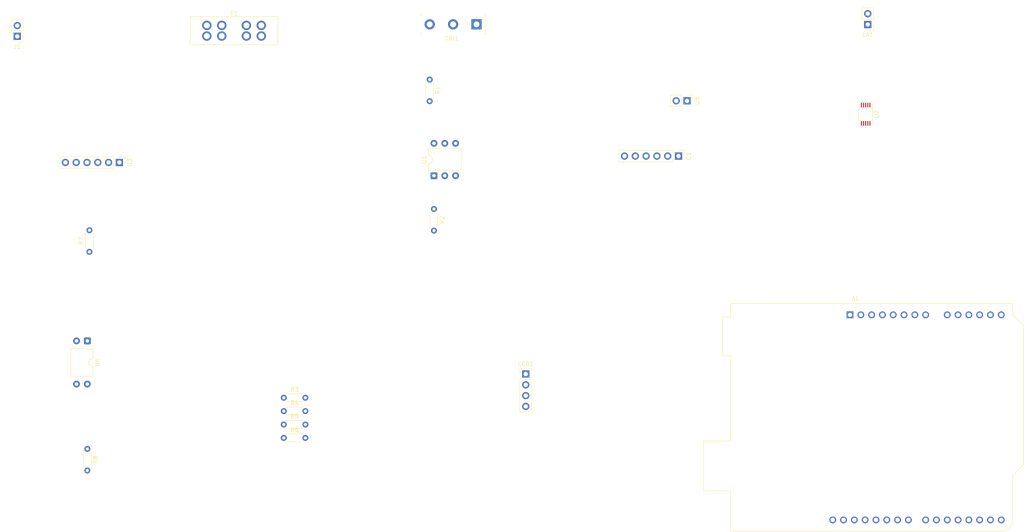
<source format=kicad_pcb>
(kicad_pcb (version 20241229) (generator "pcbnew") (generator_version "9.0")
  (layers (0 "F.Cu" signal) (2 "B.Cu" signal) (13 "F.Paste" user) (15 "B.Paste" user) (5 "F.SilkS" user "F.Silkscreen") (7 "B.SilkS" user "B.Silkscreen") (1 "F.Mask" user) (3 "B.Mask" user) (25 "Edge.Cuts" user))
  (net 0 "")
  (net 4 "Net-(A1-D7)")
  (net 8 "Net-(A1-D2)")
  (net 16 "Net-(A1-A0)")
  (net 17 "Net-(A1-SDA{slash}A4)")
  (net 27 "Net-(A1-SCL{slash}A5)")
  (net 31 "Net-(U5-SIG)")
  (net 32 "Net-(U2-AIN1)")
  (net 33 "Net-(TRI1-A2)")
  (net 34 "Net-(J1-Pin_2)")
  (net 35 "Net-(J1-Pin_1)")
  (net 36 "Net-(LA1-+)")
  (net 37 "+5V")
  (net 38 "GND")
  (net 39 "Net-(TRI1-G)")
  (net 40 "Net-(R1-Pad2)")
  (net 41 "Net-(R2-Pad1)")
  (net 42 "Net-(U2-AIN0)")
  (net 43 "Net-(R7-Pad2)")
  (footprint "Fuse:FuseHolder_Blade_ATO_Littelfuse_FLR_178.6165" (layer "F.Cu") (at 80.1 33.25)
    (property "Reference" "F1" (at 6.4 -2.8 0) (layer "F.SilkS"))
    (property "Value" "1A")
    (fp_line (start -3.91 -2.06) (end 16.71 -2.06) (stroke (width 0.12)) (layer "F.SilkS"))
    (fp_line (start -3.91 4.56) (end -3.91 -2.06) (stroke (width 0.12)) (layer "F.SilkS"))
    (fp_line (start 16.71 -2.06) (end 16.71 4.56) (stroke (width 0.12)) (layer "F.SilkS"))
    (fp_line (start 16.71 4.56) (end -3.91 4.56) (stroke (width 0.12)) (layer "F.SilkS"))
    (pad "" np_thru_hole circle (at 6.4 1.25) (size 2.4 2.4) (drill 2.4) (layers "*.Cu" "*.Mask"))
    (pad "1" thru_hole circle (at 0 0) (size 2.2 2.2) (drill 1.4) (layers "*.Cu" "*.Mask") (net 34 "Net-(J1-Pin_2)"))
    (pad "1" thru_hole circle (at 0 2.5) (size 2.2 2.2) (drill 1.4) (layers "*.Cu" "*.Mask") (net 34 "Net-(J1-Pin_2)"))
    (pad "1" thru_hole circle (at 3.5 0) (size 2.2 2.2) (drill 1.4) (layers "*.Cu" "*.Mask") (net 34 "Net-(J1-Pin_2)"))
    (pad "1" thru_hole circle (at 3.5 2.5) (size 2.2 2.2) (drill 1.4) (layers "*.Cu" "*.Mask") (net 34 "Net-(J1-Pin_2)"))
    (pad "2" thru_hole circle (at 9.3 0) (size 2.2 2.2) (drill 1.4) (layers "*.Cu" "*.Mask") (net 33 "Net-(TRI1-A2)"))
    (pad "2" thru_hole circle (at 9.3 2.5) (size 2.2 2.2) (drill 1.4) (layers "*.Cu" "*.Mask") (net 33 "Net-(TRI1-A2)"))
    (pad "2" thru_hole circle (at 12.8 0) (size 2.2 2.2) (drill 1.4) (layers "*.Cu" "*.Mask") (net 33 "Net-(TRI1-A2)"))
    (pad "2" thru_hole circle (at 12.8 2.5) (size 2.2 2.2) (drill 1.4) (layers "*.Cu" "*.Mask") (net 33 "Net-(TRI1-A2)"))
  )
  (footprint "Connector_PinHeader_2.54mm:PinHeader_1x06_P2.54mm_Vertical" (layer "F.Cu") (at 191 64 -90)
    (property "Reference" "C1" (at 0 -2.38 270) (layer "F.SilkS"))
    (property "Value" "10µF")
    (fp_line (start -1.38 14.08) (end 1.38 14.08) (stroke (width 0.12)) (layer "F.SilkS"))
    (fp_line (start -1.38 1.27) (end -1.38 14.08) (stroke (width 0.12)) (layer "F.SilkS"))
    (fp_line (start -1.38 1.27) (end 1.38 1.27) (stroke (width 0.12)) (layer "F.SilkS"))
    (fp_line (start 1.38 1.27) (end 1.38 14.08) (stroke (width 0.12)) (layer "F.SilkS"))
    (fp_line (start -1.38 0) (end -1.38 -1.38) (stroke (width 0.12)) (layer "F.SilkS"))
    (fp_line (start -1.38 -1.38) (end 0 -1.38) (stroke (width 0.12)) (layer "F.SilkS"))
    (pad "1" thru_hole rect (at 0 0 270) (size 1.7 1.7) (drill 1) (layers "*.Cu" "*.Mask") (net 31 "Net-(U5-SIG)"))
    (pad "2" thru_hole circle (at 0 2.54 270) (size 1.7 1.7) (drill 1) (layers "*.Cu" "*.Mask") (net 32 "Net-(U2-AIN1)"))
    (pad "3" thru_hole circle (at 0 5.08 270) (size 1.7 1.7) (drill 1) (layers "*.Cu" "*.Mask"))
    (pad "4" thru_hole circle (at 0 7.62 270) (size 1.7 1.7) (drill 1) (layers "*.Cu" "*.Mask"))
    (pad "5" thru_hole circle (at 0 10.16 270) (size 1.7 1.7) (drill 1) (layers "*.Cu" "*.Mask"))
    (pad "6" thru_hole circle (at 0 12.7 270) (size 1.7 1.7) (drill 1) (layers "*.Cu" "*.Mask"))
  )
  (footprint "Resistor_THT:R_Axial_DIN0204_L3.6mm_D1.6mm_P5.08mm_Horizontal" (layer "F.Cu") (at 132.5 46 -90)
    (property "Reference" "R1" (at 2.54 -1.92 90) (layer "F.SilkS"))
    (property "Value" "470Ω")
    (fp_line (start 0.62 0.92) (end 4.46 0.92) (stroke (width 0.12)) (layer "F.SilkS"))
    (fp_line (start 0.62 -0.92) (end 4.46 -0.92) (stroke (width 0.12)) (layer "F.SilkS"))
    (pad "1" thru_hole circle (at 0 0 270) (size 1.4 1.4) (drill 0.7) (layers "*.Cu" "*.Mask") (net 39 "Net-(TRI1-G)"))
    (pad "2" thru_hole circle (at 5.08 0 270) (size 1.4 1.4) (drill 0.7) (layers "*.Cu" "*.Mask") (net 40 "Net-(R1-Pad2)"))
  )
  (footprint "Resistor_THT:R_Axial_DIN0204_L3.6mm_D1.6mm_P5.08mm_Horizontal" (layer "F.Cu") (at 98.19 124.03)
    (property "Reference" "R4" (at 2.54 -1.92 0) (layer "F.SilkS"))
    (property "Value" "10KΩ")
    (fp_line (start 0.62 -0.92) (end 4.46 -0.92) (stroke (width 0.12)) (layer "F.SilkS"))
    (fp_line (start 0.62 0.92) (end 4.46 0.92) (stroke (width 0.12)) (layer "F.SilkS"))
    (pad "1" thru_hole circle (at 0 0) (size 1.4 1.4) (drill 0.7) (layers "*.Cu" "*.Mask") (net 32 "Net-(U2-AIN1)"))
    (pad "2" thru_hole circle (at 5.08 0) (size 1.4 1.4) (drill 0.7) (layers "*.Cu" "*.Mask") (net 38 "GND"))
  )
  (footprint "Connector_PinHeader_2.54mm:PinHeader_1x02_P2.54mm_Vertical" (layer "F.Cu") (at 35.518687 35.826514 180)
    (property "Reference" "J1" (at 0 -2.38 0) (layer "F.SilkS"))
    (property "Value" "230VAC_IN")
    (fp_line (start 1.38 1.27) (end 1.38 3.92) (stroke (width 0.12)) (layer "F.SilkS"))
    (fp_line (start -1.38 3.92) (end 1.38 3.92) (stroke (width 0.12)) (layer "F.SilkS"))
    (fp_line (start -1.38 1.27) (end 1.38 1.27) (stroke (width 0.12)) (layer "F.SilkS"))
    (fp_line (start -1.38 1.27) (end -1.38 3.92) (stroke (width 0.12)) (layer "F.SilkS"))
    (fp_line (start -1.38 0) (end -1.38 -1.38) (stroke (width 0.12)) (layer "F.SilkS"))
    (fp_line (start -1.38 -1.38) (end 0 -1.38) (stroke (width 0.12)) (layer "F.SilkS"))
    (pad "1" thru_hole rect (at 0 0 180) (size 1.7 1.7) (drill 1) (layers "*.Cu" "*.Mask") (net 35 "Net-(J1-Pin_1)"))
    (pad "2" thru_hole circle (at 0 2.54 180) (size 1.7 1.7) (drill 1) (layers "*.Cu" "*.Mask") (net 34 "Net-(J1-Pin_2)"))
  )
  (footprint "Resistor_THT:R_Axial_DIN0204_L3.6mm_D1.6mm_P5.08mm_Horizontal" (layer "F.Cu") (at 98.19 120.88)
    (property "Reference" "R3" (at 2.54 -1.92 0) (layer "F.SilkS"))
    (property "Value" "10KΩ")
    (fp_line (start 0.62 -0.92) (end 4.46 -0.92) (stroke (width 0.12)) (layer "F.SilkS"))
    (fp_line (start 0.62 0.92) (end 4.46 0.92) (stroke (width 0.12)) (layer "F.SilkS"))
    (pad "1" thru_hole circle (at 0 0) (size 1.4 1.4) (drill 0.7) (layers "*.Cu" "*.Mask") (net 37 "+5V"))
    (pad "2" thru_hole circle (at 5.08 0) (size 1.4 1.4) (drill 0.7) (layers "*.Cu" "*.Mask") (net 32 "Net-(U2-AIN1)"))
  )
  (footprint "Package_SO:TSSOP-10_3x3mm_P0.5mm" (layer "F.Cu") (at 235 54.15 -90)
    (property "Reference" "U2" (at 0 -2.55 90) (layer "F.SilkS"))
    (property "Value" "ADS1115IDGS")
    (fp_line (start -1.625 1.625) (end 1.625 1.625) (stroke (width 0.15)) (layer "F.SilkS"))
    (fp_line (start -1.625 1.625) (end -1.625 1.4) (stroke (width 0.15)) (layer "F.SilkS"))
    (fp_line (start 1.625 1.625) (end 1.625 1.4) (stroke (width 0.15)) (layer "F.SilkS"))
    (fp_line (start -1.625 -1.625) (end -1.625 -1.4) (stroke (width 0.15)) (layer "F.SilkS"))
    (fp_line (start -1.625 -1.625) (end 1.625 -1.625) (stroke (width 0.15)) (layer "F.SilkS"))
    (fp_line (start 1.625 -1.625) (end 1.625 -1.4) (stroke (width 0.15)) (layer "F.SilkS"))
    (fp_poly (pts (xy -2.1 -1.4) (xy -2.34 -1.73) (xy -1.86 -1.73) (xy -2.1 -1.4)) (stroke (width 0.12)) (fill yes) (layer "F.SilkS"))
    (pad "1" smd rect (at -2.15 -1 270) (size 1.1 0.25) (layers "F.Cu" "F.Mask" "F.Paste"))
    (pad "2" smd rect (at -2.15 -0.5 270) (size 1.1 0.25) (layers "F.Cu" "F.Mask" "F.Paste"))
    (pad "3" smd rect (at -2.15 0 270) (size 1.1 0.25) (layers "F.Cu" "F.Mask" "F.Paste") (net 38 "GND"))
    (pad "4" smd rect (at -2.15 0.5 270) (size 1.1 0.25) (layers "F.Cu" "F.Mask" "F.Paste") (net 42 "Net-(U2-AIN0)"))
    (pad "5" smd rect (at -2.15 1 270) (size 1.1 0.25) (layers "F.Cu" "F.Mask" "F.Paste") (net 32 "Net-(U2-AIN1)"))
    (pad "6" smd rect (at 2.15 1 270) (size 1.1 0.25) (layers "F.Cu" "F.Mask" "F.Paste"))
    (pad "7" smd rect (at 2.15 0.5 270) (size 1.1 0.25) (layers "F.Cu" "F.Mask" "F.Paste"))
    (pad "8" smd rect (at 2.15 0 270) (size 1.1 0.25) (layers "F.Cu" "F.Mask" "F.Paste") (net 37 "+5V"))
    (pad "9" smd rect (at 2.15 -0.5 270) (size 1.1 0.25) (layers "F.Cu" "F.Mask" "F.Paste") (net 17 "Net-(A1-SDA{slash}A4)"))
    (pad "10" smd rect (at 2.15 -1 270) (size 1.1 0.25) (layers "F.Cu" "F.Mask" "F.Paste") (net 27 "Net-(A1-SCL{slash}A5)"))
  )
  (footprint "Resistor_THT:R_Axial_DIN0204_L3.6mm_D1.6mm_P5.08mm_Horizontal" (layer "F.Cu") (at 52.5 86.54 90)
    (property "Reference" "R7" (at 2.54 -1.92 90) (layer "F.SilkS"))
    (property "Value" "470Ω")
    (fp_line (start 0.62 -0.92) (end 4.46 -0.92) (stroke (width 0.12)) (layer "F.SilkS"))
    (fp_line (start 0.62 0.92) (end 4.46 0.92) (stroke (width 0.12)) (layer "F.SilkS"))
    (pad "1" thru_hole circle (at 0 0 90) (size 1.4 1.4) (drill 0.7) (layers "*.Cu" "*.Mask") (net 16 "Net-(A1-A0)"))
    (pad "2" thru_hole circle (at 5.08 0 90) (size 1.4 1.4) (drill 0.7) (layers "*.Cu" "*.Mask") (net 43 "Net-(R7-Pad2)"))
  )
  (footprint "Resistor_THT:R_Axial_DIN0204_L3.6mm_D1.6mm_P5.08mm_Horizontal" (layer "F.Cu") (at 52 132.92 -90)
    (property "Reference" "R8" (at 2.54 -1.92 90) (layer "F.SilkS"))
    (property "Value" "10KΩ")
    (fp_line (start 0.62 0.92) (end 4.46 0.92) (stroke (width 0.12)) (layer "F.SilkS"))
    (fp_line (start 0.62 -0.92) (end 4.46 -0.92) (stroke (width 0.12)) (layer "F.SilkS"))
    (pad "1" thru_hole circle (at 0 0 270) (size 1.4 1.4) (drill 0.7) (layers "*.Cu" "*.Mask") (net 8 "Net-(A1-D2)"))
    (pad "2" thru_hole circle (at 5.08 0 270) (size 1.4 1.4) (drill 0.7) (layers "*.Cu" "*.Mask") (net 37 "+5V"))
  )
  (footprint "Connector_PinHeader_2.54mm:PinHeader_1x02_P2.54mm_Vertical" (layer "F.Cu") (at 235.5 33.04 180)
    (property "Reference" "LA1" (at 0 -2.38 0) (layer "F.SilkS"))
    (property "Value" "Lamp 200W")
    (fp_line (start 1.38 1.27) (end 1.38 3.92) (stroke (width 0.12)) (layer "F.SilkS"))
    (fp_line (start -1.38 3.92) (end 1.38 3.92) (stroke (width 0.12)) (layer "F.SilkS"))
    (fp_line (start -1.38 1.27) (end 1.38 1.27) (stroke (width 0.12)) (layer "F.SilkS"))
    (fp_line (start -1.38 1.27) (end -1.38 3.92) (stroke (width 0.12)) (layer "F.SilkS"))
    (fp_line (start -1.38 0) (end -1.38 -1.38) (stroke (width 0.12)) (layer "F.SilkS"))
    (fp_line (start -1.38 -1.38) (end 0 -1.38) (stroke (width 0.12)) (layer "F.SilkS"))
    (pad "1" thru_hole rect (at 0 0 180) (size 1.7 1.7) (drill 1) (layers "*.Cu" "*.Mask") (net 35 "Net-(J1-Pin_1)"))
    (pad "2" thru_hole circle (at 0 2.54 180) (size 1.7 1.7) (drill 1) (layers "*.Cu" "*.Mask") (net 36 "Net-(LA1-+)"))
  )
  (footprint "Resistor_THT:R_Axial_DIN0204_L3.6mm_D1.6mm_P5.08mm_Horizontal" (layer "F.Cu") (at 98.19 127.18)
    (property "Reference" "R5" (at 2.54 -1.92 0) (layer "F.SilkS"))
    (property "Value" "10KΩ")
    (fp_line (start 0.62 -0.92) (end 4.46 -0.92) (stroke (width 0.12)) (layer "F.SilkS"))
    (fp_line (start 0.62 0.92) (end 4.46 0.92) (stroke (width 0.12)) (layer "F.SilkS"))
    (pad "1" thru_hole circle (at 0 0) (size 1.4 1.4) (drill 0.7) (layers "*.Cu" "*.Mask") (net 37 "+5V"))
    (pad "2" thru_hole circle (at 5.08 0) (size 1.4 1.4) (drill 0.7) (layers "*.Cu" "*.Mask") (net 42 "Net-(U2-AIN0)"))
  )
  (footprint "Module:Arduino_UNO_R2" (layer "F.Cu") (at 231.325 101.37)
    (property "Reference" "A1" (at 1.27 -3.81 180) (layer "F.SilkS"))
    (property "Value" "Arduino_UNO_R2")
    (fp_line (start -34.42 29.72) (end -34.42 41.4) (stroke (width 0.12)) (layer "F.SilkS"))
    (fp_line (start -34.42 41.4) (end -28.07 41.4) (stroke (width 0.12)) (layer "F.SilkS"))
    (fp_line (start -29.97 0.51) (end -29.97 9.65) (stroke (width 0.12)) (layer "F.SilkS"))
    (fp_line (start -29.97 9.65) (end -28.07 9.65) (stroke (width 0.12)) (layer "F.SilkS"))
    (fp_line (start -28.07 -2.67) (end -28.07 0.51) (stroke (width 0.12)) (layer "F.SilkS"))
    (fp_line (start -28.07 0.51) (end -29.97 0.51) (stroke (width 0.12)) (layer "F.SilkS"))
    (fp_line (start -28.07 9.65) (end -28.07 29.72) (stroke (width 0.12)) (layer "F.SilkS"))
    (fp_line (start -28.07 29.72) (end -34.42 29.72) (stroke (width 0.12)) (layer "F.SilkS"))
    (fp_line (start -28.07 41.4) (end -28.07 50.93) (stroke (width 0.12)) (layer "F.SilkS"))
    (fp_line (start -28.07 50.93) (end 36.58 50.93) (stroke (width 0.12)) (layer "F.SilkS"))
    (fp_line (start 36.58 50.93) (end 38.23 49.28) (stroke (width 0.12)) (layer "F.SilkS"))
    (fp_line (start 38.23 -2.67) (end -28.07 -2.67) (stroke (width 0.12)) (layer "F.SilkS"))
    (fp_line (start 38.23 0) (end 38.23 -2.67) (stroke (width 0.12)) (layer "F.SilkS"))
    (fp_line (start 38.23 37.85) (end 40.77 35.31) (stroke (width 0.12)) (layer "F.SilkS"))
    (fp_line (start 38.23 49.28) (end 38.23 37.85) (stroke (width 0.12)) (layer "F.SilkS"))
    (fp_line (start 40.77 2.54) (end 38.23 0) (stroke (width 0.12)) (layer "F.SilkS"))
    (fp_line (start 40.77 35.31) (end 40.77 2.54) (stroke (width 0.12)) (layer "F.SilkS"))
    (pad "1" thru_hole rect (at 0 0 90) (size 1.6 1.6) (drill 1) (layers "*.Cu" "*.Mask"))
    (pad "2" thru_hole oval (at 2.54 0 90) (size 1.6 1.6) (drill 1) (layers "*.Cu" "*.Mask"))
    (pad "3" thru_hole oval (at 5.08 0 90) (size 1.6 1.6) (drill 1) (layers "*.Cu" "*.Mask"))
    (pad "4" thru_hole oval (at 7.62 0 90) (size 1.6 1.6) (drill 1) (layers "*.Cu" "*.Mask"))
    (pad "5" thru_hole oval (at 10.16 0 90) (size 1.6 1.6) (drill 1) (layers "*.Cu" "*.Mask"))
    (pad "6" thru_hole oval (at 12.7 0 90) (size 1.6 1.6) (drill 1) (layers "*.Cu" "*.Mask"))
    (pad "7" thru_hole oval (at 15.24 0 90) (size 1.6 1.6) (drill 1) (layers "*.Cu" "*.Mask"))
    (pad "8" thru_hole oval (at 17.78 0 90) (size 1.6 1.6) (drill 1) (layers "*.Cu" "*.Mask"))
    (pad "9" thru_hole oval (at 22.86 0 90) (size 1.6 1.6) (drill 1) (layers "*.Cu" "*.Mask") (net 16 "Net-(A1-A0)"))
    (pad "10" thru_hole oval (at 25.4 0 90) (size 1.6 1.6) (drill 1) (layers "*.Cu" "*.Mask"))
    (pad "11" thru_hole oval (at 27.94 0 90) (size 1.6 1.6) (drill 1) (layers "*.Cu" "*.Mask"))
    (pad "12" thru_hole oval (at 30.48 0 90) (size 1.6 1.6) (drill 1) (layers "*.Cu" "*.Mask"))
    (pad "13" thru_hole oval (at 33.02 0 90) (size 1.6 1.6) (drill 1) (layers "*.Cu" "*.Mask") (net 17 "Net-(A1-SDA{slash}A4)"))
    (pad "14" thru_hole oval (at 35.56 0 90) (size 1.6 1.6) (drill 1) (layers "*.Cu" "*.Mask") (net 27 "Net-(A1-SCL{slash}A5)"))
    (pad "15" thru_hole oval (at 35.56 48.26 90) (size 1.6 1.6) (drill 1) (layers "*.Cu" "*.Mask"))
    (pad "16" thru_hole oval (at 33.02 48.26 90) (size 1.6 1.6) (drill 1) (layers "*.Cu" "*.Mask"))
    (pad "17" thru_hole oval (at 30.48 48.26 90) (size 1.6 1.6) (drill 1) (layers "*.Cu" "*.Mask") (net 8 "Net-(A1-D2)"))
    (pad "18" thru_hole oval (at 27.94 48.26 90) (size 1.6 1.6) (drill 1) (layers "*.Cu" "*.Mask"))
    (pad "19" thru_hole oval (at 25.4 48.26 90) (size 1.6 1.6) (drill 1) (layers "*.Cu" "*.Mask"))
    (pad "20" thru_hole oval (at 22.86 48.26 90) (size 1.6 1.6) (drill 1) (layers "*.Cu" "*.Mask"))
    (pad "21" thru_hole oval (at 20.32 48.26 90) (size 1.6 1.6) (drill 1) (layers "*.Cu" "*.Mask"))
    (pad "22" thru_hole oval (at 17.78 48.26 90) (size 1.6 1.6) (drill 1) (layers "*.Cu" "*.Mask") (net 4 "Net-(A1-D7)"))
    (pad "23" thru_hole oval (at 13.72 48.26 90) (size 1.6 1.6) (drill 1) (layers "*.Cu" "*.Mask"))
    (pad "24" thru_hole oval (at 11.18 48.26 90) (size 1.6 1.6) (drill 1) (layers "*.Cu" "*.Mask"))
    (pad "25" thru_hole oval (at 8.64 48.26 90) (size 1.6 1.6) (drill 1) (layers "*.Cu" "*.Mask"))
    (pad "26" thru_hole oval (at 6.1 48.26 90) (size 1.6 1.6) (drill 1) (layers "*.Cu" "*.Mask"))
    (pad "27" thru_hole oval (at 3.56 48.26 90) (size 1.6 1.6) (drill 1) (layers "*.Cu" "*.Mask"))
    (pad "28" thru_hole oval (at 1.02 48.26 90) (size 1.6 1.6) (drill 1) (layers "*.Cu" "*.Mask"))
    (pad "29" thru_hole oval (at -1.52 48.26 90) (size 1.6 1.6) (drill 1) (layers "*.Cu" "*.Mask"))
    (pad "30" thru_hole oval (at -4.06 48.26 90) (size 1.6 1.6) (drill 1) (layers "*.Cu" "*.Mask"))
  )
  (footprint "Connector_PinHeader_2.54mm:PinHeader_1x02_P2.54mm_Vertical" (layer "F.Cu") (at 193 51 -90)
    (property "Reference" "U5" (at 0 -2.38 90) (layer "F.SilkS"))
    (property "Value" "SCT_013_030")
    (fp_line (start -1.38 3.92) (end 1.38 3.92) (stroke (width 0.12)) (layer "F.SilkS"))
    (fp_line (start -1.38 1.27) (end -1.38 3.92) (stroke (width 0.12)) (layer "F.SilkS"))
    (fp_line (start -1.38 1.27) (end 1.38 1.27) (stroke (width 0.12)) (layer "F.SilkS"))
    (fp_line (start 1.38 1.27) (end 1.38 3.92) (stroke (width 0.12)) (layer "F.SilkS"))
    (fp_line (start -1.38 0) (end -1.38 -1.38) (stroke (width 0.12)) (layer "F.SilkS"))
    (fp_line (start -1.38 -1.38) (end 0 -1.38) (stroke (width 0.12)) (layer "F.SilkS"))
    (pad "1" thru_hole rect (at 0 0 270) (size 1.7 1.7) (drill 1) (layers "*.Cu" "*.Mask") (net 38 "GND"))
    (pad "2" thru_hole circle (at 0 2.54 270) (size 1.7 1.7) (drill 1) (layers "*.Cu" "*.Mask") (net 31 "Net-(U5-SIG)"))
  )
  (footprint "Resistor_THT:R_Axial_DIN0204_L3.6mm_D1.6mm_P5.08mm_Horizontal" (layer "F.Cu") (at 133.5 76.46 -90)
    (property "Reference" "R2" (at 2.54 -1.92 90) (layer "F.SilkS"))
    (property "Value" "330Ω")
    (fp_line (start 0.62 0.92) (end 4.46 0.92) (stroke (width 0.12)) (layer "F.SilkS"))
    (fp_line (start 0.62 -0.92) (end 4.46 -0.92) (stroke (width 0.12)) (layer "F.SilkS"))
    (pad "1" thru_hole circle (at 0 0 270) (size 1.4 1.4) (drill 0.7) (layers "*.Cu" "*.Mask") (net 41 "Net-(R2-Pad1)"))
    (pad "2" thru_hole circle (at 5.08 0 270) (size 1.4 1.4) (drill 0.7) (layers "*.Cu" "*.Mask") (net 4 "Net-(A1-D7)"))
  )
  (footprint "Resistor_THT:R_Axial_DIN0204_L3.6mm_D1.6mm_P5.08mm_Horizontal" (layer "F.Cu") (at 98.19 130.33)
    (property "Reference" "R6" (at 2.54 -1.92 0) (layer "F.SilkS"))
    (property "Value" "10KΩ")
    (fp_line (start 0.62 -0.92) (end 4.46 -0.92) (stroke (width 0.12)) (layer "F.SilkS"))
    (fp_line (start 0.62 0.92) (end 4.46 0.92) (stroke (width 0.12)) (layer "F.SilkS"))
    (pad "1" thru_hole circle (at 0 0) (size 1.4 1.4) (drill 0.7) (layers "*.Cu" "*.Mask") (net 42 "Net-(U2-AIN0)"))
    (pad "2" thru_hole circle (at 5.08 0) (size 1.4 1.4) (drill 0.7) (layers "*.Cu" "*.Mask") (net 38 "GND"))
  )
  (footprint "Connector_PinHeader_2.54mm:PinHeader_1x06_P2.54mm_Vertical" (layer "F.Cu") (at 59.54 65.5 -90)
    (property "Reference" "U3" (at 0 -2.38 90) (layer "F.SilkS"))
    (property "Value" "ZMPT101B")
    (fp_line (start -1.38 14.08) (end 1.38 14.08) (stroke (width 0.12)) (layer "F.SilkS"))
    (fp_line (start -1.38 1.27) (end -1.38 14.08) (stroke (width 0.12)) (layer "F.SilkS"))
    (fp_line (start -1.38 1.27) (end 1.38 1.27) (stroke (width 0.12)) (layer "F.SilkS"))
    (fp_line (start 1.38 1.27) (end 1.38 14.08) (stroke (width 0.12)) (layer "F.SilkS"))
    (fp_line (start -1.38 0) (end -1.38 -1.38) (stroke (width 0.12)) (layer "F.SilkS"))
    (fp_line (start -1.38 -1.38) (end 0 -1.38) (stroke (width 0.12)) (layer "F.SilkS"))
    (pad "1" thru_hole rect (at 0 0 270) (size 1.7 1.7) (drill 1) (layers "*.Cu" "*.Mask") (net 34 "Net-(J1-Pin_2)"))
    (pad "2" thru_hole circle (at 0 2.54 270) (size 1.7 1.7) (drill 1) (layers "*.Cu" "*.Mask") (net 35 "Net-(J1-Pin_1)"))
    (pad "3" thru_hole circle (at 0 5.08 270) (size 1.7 1.7) (drill 1) (layers "*.Cu" "*.Mask") (net 37 "+5V"))
    (pad "4" thru_hole circle (at 0 7.62 270) (size 1.7 1.7) (drill 1) (layers "*.Cu" "*.Mask") (net 16 "Net-(A1-A0)"))
    (pad "5" thru_hole circle (at 0 10.16 270) (size 1.7 1.7) (drill 1) (layers "*.Cu" "*.Mask") (net 38 "GND"))
    (pad "6" thru_hole circle (at 0 12.7 270) (size 1.7 1.7) (drill 1) (layers "*.Cu" "*.Mask") (net 38 "GND"))
  )
  (footprint "Package_DIP:DIP-4_W10.16mm" (layer "F.Cu") (at 52 107.5 -90)
    (property "Reference" "U4" (at 5.08 -2.33 90) (layer "F.SilkS"))
    (property "Value" "PC814")
    (fp_line (start 1.845 3.87) (end 8.315 3.87) (stroke (width 0.12)) (layer "F.SilkS"))
    (fp_line (start 8.315 3.87) (end 8.315 -1.33) (stroke (width 0.12)) (layer "F.SilkS"))
    (fp_line (start 1.845 -1.33) (end 1.845 3.87) (stroke (width 0.12)) (layer "F.SilkS"))
    (fp_line (start 4.08 -1.33) (end 1.845 -1.33) (stroke (width 0.12)) (layer "F.SilkS"))
    (fp_line (start 8.315 -1.33) (end 6.08 -1.33) (stroke (width 0.12)) (layer "F.SilkS"))
    (fp_arc (start 6.08 -1.33) (mid 5.08 -0.33) (end 4.08 -1.33) (stroke (width 0.12)) (layer "F.SilkS"))
    (pad "1" thru_hole roundrect (at 0 0 270) (size 1.6 1.6) (drill 0.8) (layers "*.Cu" "*.Mask") (roundrect_rratio 0.15625) (net 43 "Net-(R7-Pad2)"))
    (pad "2" thru_hole circle (at 0 2.54 270) (size 1.6 1.6) (drill 0.8) (layers "*.Cu" "*.Mask") (net 38 "GND"))
    (pad "3" thru_hole circle (at 10.16 2.54 270) (size 1.6 1.6) (drill 0.8) (layers "*.Cu" "*.Mask") (net 38 "GND"))
    (pad "4" thru_hole circle (at 10.16 0 270) (size 1.6 1.6) (drill 0.8) (layers "*.Cu" "*.Mask") (net 8 "Net-(A1-D2)"))
  )
  (footprint "Package_DIP:DIP-6_W7.62mm" (layer "F.Cu") (at 133.5 68.62 90)
    (property "Reference" "U1" (at 3.81 -2.33 90) (layer "F.SilkS"))
    (property "Value" "MOC3023M")
    (fp_line (start 6.46 -1.33) (end 4.81 -1.33) (stroke (width 0.12)) (layer "F.SilkS"))
    (fp_line (start 2.81 -1.33) (end 1.16 -1.33) (stroke (width 0.12)) (layer "F.SilkS"))
    (fp_line (start 1.16 -1.33) (end 1.16 6.41) (stroke (width 0.12)) (layer "F.SilkS"))
    (fp_line (start 6.46 6.41) (end 6.46 -1.33) (stroke (width 0.12)) (layer "F.SilkS"))
    (fp_line (start 1.16 6.41) (end 6.46 6.41) (stroke (width 0.12)) (layer "F.SilkS"))
    (fp_arc (start 4.81 -1.33) (mid 3.81 -0.33) (end 2.81 -1.33) (stroke (width 0.12)) (layer "F.SilkS"))
    (pad "1" thru_hole roundrect (at 0 0 90) (size 1.6 1.6) (drill 0.8) (layers "*.Cu" "*.Mask") (roundrect_rratio 0.15625) (net 41 "Net-(R2-Pad1)"))
    (pad "2" thru_hole circle (at 0 2.54 90) (size 1.6 1.6) (drill 0.8) (layers "*.Cu" "*.Mask") (net 38 "GND"))
    (pad "3" thru_hole circle (at 0 5.08 90) (size 1.6 1.6) (drill 0.8) (layers "*.Cu" "*.Mask"))
    (pad "4" thru_hole circle (at 7.62 5.08 90) (size 1.6 1.6) (drill 0.8) (layers "*.Cu" "*.Mask") (net 36 "Net-(LA1-+)"))
    (pad "5" thru_hole circle (at 7.62 2.54 90) (size 1.6 1.6) (drill 0.8) (layers "*.Cu" "*.Mask"))
    (pad "6" thru_hole circle (at 7.62 0 90) (size 1.6 1.6) (drill 0.8) (layers "*.Cu" "*.Mask") (net 40 "Net-(R1-Pad2)"))
  )
  (footprint "Connector_PinHeader_2.54mm:PinHeader_1x04_P2.54mm_Vertical" (layer "F.Cu") (at 155.08 115.3)
    (property "Reference" "LCD1" (at 0 -2.38 0) (layer "F.SilkS"))
    (property "Value" "16x2_I2C_LCD")
    (fp_line (start -1.38 -1.38) (end 0 -1.38) (stroke (width 0.12)) (layer "F.SilkS"))
    (fp_line (start -1.38 0) (end -1.38 -1.38) (stroke (width 0.12)) (layer "F.SilkS"))
    (fp_line (start -1.38 1.27) (end -1.38 9) (stroke (width 0.12)) (layer "F.SilkS"))
    (fp_line (start -1.38 1.27) (end 1.38 1.27) (stroke (width 0.12)) (layer "F.SilkS"))
    (fp_line (start -1.38 9) (end 1.38 9) (stroke (width 0.12)) (layer "F.SilkS"))
    (fp_line (start 1.38 1.27) (end 1.38 9) (stroke (width 0.12)) (layer "F.SilkS"))
    (pad "1" thru_hole rect (at 0 0) (size 1.7 1.7) (drill 1) (layers "*.Cu" "*.Mask") (net 38 "GND"))
    (pad "2" thru_hole circle (at 0 2.54) (size 1.7 1.7) (drill 1) (layers "*.Cu" "*.Mask") (net 37 "+5V"))
    (pad "3" thru_hole circle (at 0 5.08) (size 1.7 1.7) (drill 1) (layers "*.Cu" "*.Mask") (net 17 "Net-(A1-SDA{slash}A4)"))
    (pad "4" thru_hole circle (at 0 7.62) (size 1.7 1.7) (drill 1) (layers "*.Cu" "*.Mask") (net 27 "Net-(A1-SCL{slash}A5)"))
  )
  (footprint "digikey-footprints:TOP-3_Vertical_Insulated" (layer "F.Cu") (at 143.5 33 180)
    (property "Reference" "TRI1" (at 5.8 -3.4 0) (layer "F.SilkS"))
    (property "Value" "BTA41-600BRG")
    (fp_line (start 13.2 2.4) (end 13.2 2) (stroke (width 0.1)) (layer "F.SilkS"))
    (fp_line (start 13.2 -2) (end 13.2 -2.4) (stroke (width 0.1)) (layer "F.SilkS"))
    (fp_line (start 12.8 -2.4) (end 13.2 -2.4) (stroke (width 0.1)) (layer "F.SilkS"))
    (fp_line (start 12.7 2.4) (end 13.2 2.4) (stroke (width 0.1)) (layer "F.SilkS"))
    (fp_line (start -1.8 -2.4) (end -2.2 -2.4) (stroke (width 0.1)) (layer "F.SilkS"))
    (fp_line (start -2.2 2.4) (end -1.8 2.4) (stroke (width 0.1)) (layer "F.SilkS"))
    (fp_line (start -2.2 -2.4) (end -2.2 2.4) (stroke (width 0.1)) (layer "F.SilkS"))
    (pad "1" thru_hole rect (at 0 0 180) (size 2.4 2.4) (drill 1.4) (layers "*.Cu" "*.Mask") (net 36 "Net-(LA1-+)"))
    (pad "2" thru_hole circle (at 5.5 0 180) (size 2.4 2.4) (drill 1.4) (layers "*.Cu" "*.Mask") (net 33 "Net-(TRI1-A2)"))
    (pad "3" thru_hole circle (at 11 0 180) (size 2.4 2.4) (drill 1.4) (layers "*.Cu" "*.Mask") (net 39 "Net-(TRI1-G)"))
  )
)
</source>
